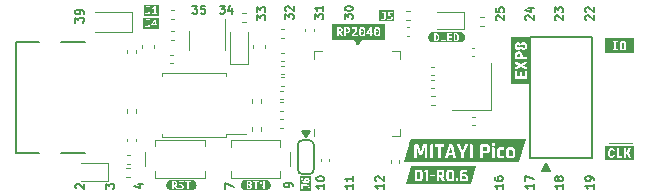
<source format=gbr>
%TF.GenerationSoftware,KiCad,Pcbnew,9.0.1*%
%TF.CreationDate,2025-04-27T12:11:09+05:30*%
%TF.ProjectId,Mitayi-Pico-D1,4d697461-7969-42d5-9069-636f2d44312e,0.6*%
%TF.SameCoordinates,PX73df160PY5f2d3c0*%
%TF.FileFunction,Legend,Top*%
%TF.FilePolarity,Positive*%
%FSLAX46Y46*%
G04 Gerber Fmt 4.6, Leading zero omitted, Abs format (unit mm)*
G04 Created by KiCad (PCBNEW 9.0.1) date 2025-04-27 12:11:09*
%MOMM*%
%LPD*%
G01*
G04 APERTURE LIST*
%ADD10C,0.150000*%
%ADD11C,0.120000*%
%ADD12C,0.000000*%
G04 APERTURE END LIST*
D10*
X47300000Y15650000D02*
X47300000Y5350000D01*
X42050000Y15650000D02*
X47300000Y15650000D01*
X42050000Y15650000D02*
X42050000Y5350000D01*
X47300000Y5350000D02*
X42050000Y5350000D01*
X44182700Y17066667D02*
X44149366Y17100000D01*
X44149366Y17100000D02*
X44116033Y17166667D01*
X44116033Y17166667D02*
X44116033Y17333333D01*
X44116033Y17333333D02*
X44149366Y17400000D01*
X44149366Y17400000D02*
X44182700Y17433333D01*
X44182700Y17433333D02*
X44249366Y17466667D01*
X44249366Y17466667D02*
X44316033Y17466667D01*
X44316033Y17466667D02*
X44416033Y17433333D01*
X44416033Y17433333D02*
X44816033Y17033333D01*
X44816033Y17033333D02*
X44816033Y17466667D01*
X44116033Y17700000D02*
X44116033Y18133334D01*
X44116033Y18133334D02*
X44382700Y17900000D01*
X44382700Y17900000D02*
X44382700Y18000000D01*
X44382700Y18000000D02*
X44416033Y18066667D01*
X44416033Y18066667D02*
X44449366Y18100000D01*
X44449366Y18100000D02*
X44516033Y18133334D01*
X44516033Y18133334D02*
X44682700Y18133334D01*
X44682700Y18133334D02*
X44749366Y18100000D01*
X44749366Y18100000D02*
X44782700Y18066667D01*
X44782700Y18066667D02*
X44816033Y18000000D01*
X44816033Y18000000D02*
X44816033Y17800000D01*
X44816033Y17800000D02*
X44782700Y17733334D01*
X44782700Y17733334D02*
X44749366Y17700000D01*
X13433333Y18283967D02*
X13866666Y18283967D01*
X13866666Y18283967D02*
X13633333Y18017300D01*
X13633333Y18017300D02*
X13733333Y18017300D01*
X13733333Y18017300D02*
X13799999Y17983967D01*
X13799999Y17983967D02*
X13833333Y17950634D01*
X13833333Y17950634D02*
X13866666Y17883967D01*
X13866666Y17883967D02*
X13866666Y17717300D01*
X13866666Y17717300D02*
X13833333Y17650634D01*
X13833333Y17650634D02*
X13799999Y17617300D01*
X13799999Y17617300D02*
X13733333Y17583967D01*
X13733333Y17583967D02*
X13533333Y17583967D01*
X13533333Y17583967D02*
X13466666Y17617300D01*
X13466666Y17617300D02*
X13433333Y17650634D01*
X14500000Y18283967D02*
X14166666Y18283967D01*
X14166666Y18283967D02*
X14133333Y17950634D01*
X14133333Y17950634D02*
X14166666Y17983967D01*
X14166666Y17983967D02*
X14233333Y18017300D01*
X14233333Y18017300D02*
X14400000Y18017300D01*
X14400000Y18017300D02*
X14466666Y17983967D01*
X14466666Y17983967D02*
X14500000Y17950634D01*
X14500000Y17950634D02*
X14533333Y17883967D01*
X14533333Y17883967D02*
X14533333Y17717300D01*
X14533333Y17717300D02*
X14500000Y17650634D01*
X14500000Y17650634D02*
X14466666Y17617300D01*
X14466666Y17617300D02*
X14400000Y17583967D01*
X14400000Y17583967D02*
X14233333Y17583967D01*
X14233333Y17583967D02*
X14166666Y17617300D01*
X14166666Y17617300D02*
X14133333Y17650634D01*
X44816033Y3166667D02*
X44816033Y2766667D01*
X44816033Y2966667D02*
X44116033Y2966667D01*
X44116033Y2966667D02*
X44216033Y2900000D01*
X44216033Y2900000D02*
X44282700Y2833333D01*
X44282700Y2833333D02*
X44316033Y2766667D01*
X44416033Y3566667D02*
X44382700Y3500000D01*
X44382700Y3500000D02*
X44349366Y3466667D01*
X44349366Y3466667D02*
X44282700Y3433334D01*
X44282700Y3433334D02*
X44249366Y3433334D01*
X44249366Y3433334D02*
X44182700Y3466667D01*
X44182700Y3466667D02*
X44149366Y3500000D01*
X44149366Y3500000D02*
X44116033Y3566667D01*
X44116033Y3566667D02*
X44116033Y3700000D01*
X44116033Y3700000D02*
X44149366Y3766667D01*
X44149366Y3766667D02*
X44182700Y3800000D01*
X44182700Y3800000D02*
X44249366Y3833334D01*
X44249366Y3833334D02*
X44282700Y3833334D01*
X44282700Y3833334D02*
X44349366Y3800000D01*
X44349366Y3800000D02*
X44382700Y3766667D01*
X44382700Y3766667D02*
X44416033Y3700000D01*
X44416033Y3700000D02*
X44416033Y3566667D01*
X44416033Y3566667D02*
X44449366Y3500000D01*
X44449366Y3500000D02*
X44482700Y3466667D01*
X44482700Y3466667D02*
X44549366Y3433334D01*
X44549366Y3433334D02*
X44682700Y3433334D01*
X44682700Y3433334D02*
X44749366Y3466667D01*
X44749366Y3466667D02*
X44782700Y3500000D01*
X44782700Y3500000D02*
X44816033Y3566667D01*
X44816033Y3566667D02*
X44816033Y3700000D01*
X44816033Y3700000D02*
X44782700Y3766667D01*
X44782700Y3766667D02*
X44749366Y3800000D01*
X44749366Y3800000D02*
X44682700Y3833334D01*
X44682700Y3833334D02*
X44549366Y3833334D01*
X44549366Y3833334D02*
X44482700Y3800000D01*
X44482700Y3800000D02*
X44449366Y3766667D01*
X44449366Y3766667D02*
X44416033Y3700000D01*
X24616033Y3166667D02*
X24616033Y2766667D01*
X24616033Y2966667D02*
X23916033Y2966667D01*
X23916033Y2966667D02*
X24016033Y2900000D01*
X24016033Y2900000D02*
X24082700Y2833333D01*
X24082700Y2833333D02*
X24116033Y2766667D01*
X23916033Y3600000D02*
X23916033Y3666667D01*
X23916033Y3666667D02*
X23949366Y3733334D01*
X23949366Y3733334D02*
X23982700Y3766667D01*
X23982700Y3766667D02*
X24049366Y3800000D01*
X24049366Y3800000D02*
X24182700Y3833334D01*
X24182700Y3833334D02*
X24349366Y3833334D01*
X24349366Y3833334D02*
X24482700Y3800000D01*
X24482700Y3800000D02*
X24549366Y3766667D01*
X24549366Y3766667D02*
X24582700Y3733334D01*
X24582700Y3733334D02*
X24616033Y3666667D01*
X24616033Y3666667D02*
X24616033Y3600000D01*
X24616033Y3600000D02*
X24582700Y3533334D01*
X24582700Y3533334D02*
X24549366Y3500000D01*
X24549366Y3500000D02*
X24482700Y3466667D01*
X24482700Y3466667D02*
X24349366Y3433334D01*
X24349366Y3433334D02*
X24182700Y3433334D01*
X24182700Y3433334D02*
X24049366Y3466667D01*
X24049366Y3466667D02*
X23982700Y3500000D01*
X23982700Y3500000D02*
X23949366Y3533334D01*
X23949366Y3533334D02*
X23916033Y3600000D01*
X39716033Y3166667D02*
X39716033Y2766667D01*
X39716033Y2966667D02*
X39016033Y2966667D01*
X39016033Y2966667D02*
X39116033Y2900000D01*
X39116033Y2900000D02*
X39182700Y2833333D01*
X39182700Y2833333D02*
X39216033Y2766667D01*
X39016033Y3766667D02*
X39016033Y3633334D01*
X39016033Y3633334D02*
X39049366Y3566667D01*
X39049366Y3566667D02*
X39082700Y3533334D01*
X39082700Y3533334D02*
X39182700Y3466667D01*
X39182700Y3466667D02*
X39316033Y3433334D01*
X39316033Y3433334D02*
X39582700Y3433334D01*
X39582700Y3433334D02*
X39649366Y3466667D01*
X39649366Y3466667D02*
X39682700Y3500000D01*
X39682700Y3500000D02*
X39716033Y3566667D01*
X39716033Y3566667D02*
X39716033Y3700000D01*
X39716033Y3700000D02*
X39682700Y3766667D01*
X39682700Y3766667D02*
X39649366Y3800000D01*
X39649366Y3800000D02*
X39582700Y3833334D01*
X39582700Y3833334D02*
X39416033Y3833334D01*
X39416033Y3833334D02*
X39349366Y3800000D01*
X39349366Y3800000D02*
X39316033Y3766667D01*
X39316033Y3766667D02*
X39282700Y3700000D01*
X39282700Y3700000D02*
X39282700Y3566667D01*
X39282700Y3566667D02*
X39316033Y3500000D01*
X39316033Y3500000D02*
X39349366Y3466667D01*
X39349366Y3466667D02*
X39416033Y3433334D01*
X21916033Y2961641D02*
X21916033Y3094975D01*
X21916033Y3094975D02*
X21882700Y3161641D01*
X21882700Y3161641D02*
X21849366Y3194975D01*
X21849366Y3194975D02*
X21749366Y3261641D01*
X21749366Y3261641D02*
X21616033Y3294975D01*
X21616033Y3294975D02*
X21349366Y3294975D01*
X21349366Y3294975D02*
X21282700Y3261641D01*
X21282700Y3261641D02*
X21249366Y3228308D01*
X21249366Y3228308D02*
X21216033Y3161641D01*
X21216033Y3161641D02*
X21216033Y3028308D01*
X21216033Y3028308D02*
X21249366Y2961641D01*
X21249366Y2961641D02*
X21282700Y2928308D01*
X21282700Y2928308D02*
X21349366Y2894975D01*
X21349366Y2894975D02*
X21516033Y2894975D01*
X21516033Y2894975D02*
X21582700Y2928308D01*
X21582700Y2928308D02*
X21616033Y2961641D01*
X21616033Y2961641D02*
X21649366Y3028308D01*
X21649366Y3028308D02*
X21649366Y3161641D01*
X21649366Y3161641D02*
X21616033Y3228308D01*
X21616033Y3228308D02*
X21582700Y3261641D01*
X21582700Y3261641D02*
X21516033Y3294975D01*
X3516033Y16833333D02*
X3516033Y17266667D01*
X3516033Y17266667D02*
X3782700Y17033333D01*
X3782700Y17033333D02*
X3782700Y17133333D01*
X3782700Y17133333D02*
X3816033Y17200000D01*
X3816033Y17200000D02*
X3849366Y17233333D01*
X3849366Y17233333D02*
X3916033Y17266667D01*
X3916033Y17266667D02*
X4082700Y17266667D01*
X4082700Y17266667D02*
X4149366Y17233333D01*
X4149366Y17233333D02*
X4182700Y17200000D01*
X4182700Y17200000D02*
X4216033Y17133333D01*
X4216033Y17133333D02*
X4216033Y16933333D01*
X4216033Y16933333D02*
X4182700Y16866667D01*
X4182700Y16866667D02*
X4149366Y16833333D01*
X4216033Y17600000D02*
X4216033Y17733334D01*
X4216033Y17733334D02*
X4182700Y17800000D01*
X4182700Y17800000D02*
X4149366Y17833334D01*
X4149366Y17833334D02*
X4049366Y17900000D01*
X4049366Y17900000D02*
X3916033Y17933334D01*
X3916033Y17933334D02*
X3649366Y17933334D01*
X3649366Y17933334D02*
X3582700Y17900000D01*
X3582700Y17900000D02*
X3549366Y17866667D01*
X3549366Y17866667D02*
X3516033Y17800000D01*
X3516033Y17800000D02*
X3516033Y17666667D01*
X3516033Y17666667D02*
X3549366Y17600000D01*
X3549366Y17600000D02*
X3582700Y17566667D01*
X3582700Y17566667D02*
X3649366Y17533334D01*
X3649366Y17533334D02*
X3816033Y17533334D01*
X3816033Y17533334D02*
X3882700Y17566667D01*
X3882700Y17566667D02*
X3916033Y17600000D01*
X3916033Y17600000D02*
X3949366Y17666667D01*
X3949366Y17666667D02*
X3949366Y17800000D01*
X3949366Y17800000D02*
X3916033Y17866667D01*
X3916033Y17866667D02*
X3882700Y17900000D01*
X3882700Y17900000D02*
X3816033Y17933334D01*
X42316033Y3166667D02*
X42316033Y2766667D01*
X42316033Y2966667D02*
X41616033Y2966667D01*
X41616033Y2966667D02*
X41716033Y2900000D01*
X41716033Y2900000D02*
X41782700Y2833333D01*
X41782700Y2833333D02*
X41816033Y2766667D01*
X41616033Y3400000D02*
X41616033Y3866667D01*
X41616033Y3866667D02*
X42316033Y3566667D01*
X21316033Y17133333D02*
X21316033Y17566667D01*
X21316033Y17566667D02*
X21582700Y17333333D01*
X21582700Y17333333D02*
X21582700Y17433333D01*
X21582700Y17433333D02*
X21616033Y17500000D01*
X21616033Y17500000D02*
X21649366Y17533333D01*
X21649366Y17533333D02*
X21716033Y17566667D01*
X21716033Y17566667D02*
X21882700Y17566667D01*
X21882700Y17566667D02*
X21949366Y17533333D01*
X21949366Y17533333D02*
X21982700Y17500000D01*
X21982700Y17500000D02*
X22016033Y17433333D01*
X22016033Y17433333D02*
X22016033Y17233333D01*
X22016033Y17233333D02*
X21982700Y17166667D01*
X21982700Y17166667D02*
X21949366Y17133333D01*
X21382700Y17833334D02*
X21349366Y17866667D01*
X21349366Y17866667D02*
X21316033Y17933334D01*
X21316033Y17933334D02*
X21316033Y18100000D01*
X21316033Y18100000D02*
X21349366Y18166667D01*
X21349366Y18166667D02*
X21382700Y18200000D01*
X21382700Y18200000D02*
X21449366Y18233334D01*
X21449366Y18233334D02*
X21516033Y18233334D01*
X21516033Y18233334D02*
X21616033Y18200000D01*
X21616033Y18200000D02*
X22016033Y17800000D01*
X22016033Y17800000D02*
X22016033Y18233334D01*
X43045238Y4340867D02*
X43045238Y4302772D01*
X43083333Y4417058D02*
X43083333Y4302772D01*
X43121428Y4493248D02*
X43121428Y4302772D01*
X43159523Y4569439D02*
X43159523Y4302772D01*
X43197618Y4607534D02*
X43197618Y4302772D01*
X43235714Y4683724D02*
X43235714Y4302772D01*
X43273809Y4759915D02*
X43273809Y4302772D01*
X43311904Y4836105D02*
X43311904Y4302772D01*
X43349999Y4912296D02*
X43349999Y4302772D01*
X43388095Y4836105D02*
X43388095Y4302772D01*
X43426190Y4759915D02*
X43426190Y4302772D01*
X43464285Y4683724D02*
X43464285Y4302772D01*
X43502380Y4607534D02*
X43502380Y4302772D01*
X43540476Y4569439D02*
X43540476Y4302772D01*
X43578571Y4493248D02*
X43578571Y4302772D01*
X43616666Y4417058D02*
X43616666Y4302772D01*
X43654761Y4302772D02*
X43349999Y4874200D01*
X43349999Y4874200D02*
X43045238Y4302772D01*
X43654761Y4340867D02*
X43654761Y4302772D01*
X43349999Y4912296D02*
X43692857Y4302772D01*
X43692857Y4302772D02*
X43007142Y4302772D01*
X43007142Y4302772D02*
X43349999Y4912296D01*
X23816033Y17133333D02*
X23816033Y17566667D01*
X23816033Y17566667D02*
X24082700Y17333333D01*
X24082700Y17333333D02*
X24082700Y17433333D01*
X24082700Y17433333D02*
X24116033Y17500000D01*
X24116033Y17500000D02*
X24149366Y17533333D01*
X24149366Y17533333D02*
X24216033Y17566667D01*
X24216033Y17566667D02*
X24382700Y17566667D01*
X24382700Y17566667D02*
X24449366Y17533333D01*
X24449366Y17533333D02*
X24482700Y17500000D01*
X24482700Y17500000D02*
X24516033Y17433333D01*
X24516033Y17433333D02*
X24516033Y17233333D01*
X24516033Y17233333D02*
X24482700Y17166667D01*
X24482700Y17166667D02*
X24449366Y17133333D01*
X24516033Y18233334D02*
X24516033Y17833334D01*
X24516033Y18033334D02*
X23816033Y18033334D01*
X23816033Y18033334D02*
X23916033Y17966667D01*
X23916033Y17966667D02*
X23982700Y17900000D01*
X23982700Y17900000D02*
X24016033Y17833334D01*
X15733333Y18283967D02*
X16166666Y18283967D01*
X16166666Y18283967D02*
X15933333Y18017300D01*
X15933333Y18017300D02*
X16033333Y18017300D01*
X16033333Y18017300D02*
X16099999Y17983967D01*
X16099999Y17983967D02*
X16133333Y17950634D01*
X16133333Y17950634D02*
X16166666Y17883967D01*
X16166666Y17883967D02*
X16166666Y17717300D01*
X16166666Y17717300D02*
X16133333Y17650634D01*
X16133333Y17650634D02*
X16099999Y17617300D01*
X16099999Y17617300D02*
X16033333Y17583967D01*
X16033333Y17583967D02*
X15833333Y17583967D01*
X15833333Y17583967D02*
X15766666Y17617300D01*
X15766666Y17617300D02*
X15733333Y17650634D01*
X16766666Y18050634D02*
X16766666Y17583967D01*
X16600000Y18317300D02*
X16433333Y17817300D01*
X16433333Y17817300D02*
X16866666Y17817300D01*
X27016033Y3166667D02*
X27016033Y2766667D01*
X27016033Y2966667D02*
X26316033Y2966667D01*
X26316033Y2966667D02*
X26416033Y2900000D01*
X26416033Y2900000D02*
X26482700Y2833333D01*
X26482700Y2833333D02*
X26516033Y2766667D01*
X27016033Y3833334D02*
X27016033Y3433334D01*
X27016033Y3633334D02*
X26316033Y3633334D01*
X26316033Y3633334D02*
X26416033Y3566667D01*
X26416033Y3566667D02*
X26482700Y3500000D01*
X26482700Y3500000D02*
X26516033Y3433334D01*
X46782700Y17066667D02*
X46749366Y17100000D01*
X46749366Y17100000D02*
X46716033Y17166667D01*
X46716033Y17166667D02*
X46716033Y17333333D01*
X46716033Y17333333D02*
X46749366Y17400000D01*
X46749366Y17400000D02*
X46782700Y17433333D01*
X46782700Y17433333D02*
X46849366Y17466667D01*
X46849366Y17466667D02*
X46916033Y17466667D01*
X46916033Y17466667D02*
X47016033Y17433333D01*
X47016033Y17433333D02*
X47416033Y17033333D01*
X47416033Y17033333D02*
X47416033Y17466667D01*
X46782700Y17733334D02*
X46749366Y17766667D01*
X46749366Y17766667D02*
X46716033Y17833334D01*
X46716033Y17833334D02*
X46716033Y18000000D01*
X46716033Y18000000D02*
X46749366Y18066667D01*
X46749366Y18066667D02*
X46782700Y18100000D01*
X46782700Y18100000D02*
X46849366Y18133334D01*
X46849366Y18133334D02*
X46916033Y18133334D01*
X46916033Y18133334D02*
X47016033Y18100000D01*
X47016033Y18100000D02*
X47416033Y17700000D01*
X47416033Y17700000D02*
X47416033Y18133334D01*
X16216033Y2761641D02*
X16216033Y3228308D01*
X16216033Y3228308D02*
X16916033Y2928308D01*
X18916033Y17033333D02*
X18916033Y17466667D01*
X18916033Y17466667D02*
X19182700Y17233333D01*
X19182700Y17233333D02*
X19182700Y17333333D01*
X19182700Y17333333D02*
X19216033Y17400000D01*
X19216033Y17400000D02*
X19249366Y17433333D01*
X19249366Y17433333D02*
X19316033Y17466667D01*
X19316033Y17466667D02*
X19482700Y17466667D01*
X19482700Y17466667D02*
X19549366Y17433333D01*
X19549366Y17433333D02*
X19582700Y17400000D01*
X19582700Y17400000D02*
X19616033Y17333333D01*
X19616033Y17333333D02*
X19616033Y17133333D01*
X19616033Y17133333D02*
X19582700Y17066667D01*
X19582700Y17066667D02*
X19549366Y17033333D01*
X18916033Y17700000D02*
X18916033Y18133334D01*
X18916033Y18133334D02*
X19182700Y17900000D01*
X19182700Y17900000D02*
X19182700Y18000000D01*
X19182700Y18000000D02*
X19216033Y18066667D01*
X19216033Y18066667D02*
X19249366Y18100000D01*
X19249366Y18100000D02*
X19316033Y18133334D01*
X19316033Y18133334D02*
X19482700Y18133334D01*
X19482700Y18133334D02*
X19549366Y18100000D01*
X19549366Y18100000D02*
X19582700Y18066667D01*
X19582700Y18066667D02*
X19616033Y18000000D01*
X19616033Y18000000D02*
X19616033Y17800000D01*
X19616033Y17800000D02*
X19582700Y17733334D01*
X19582700Y17733334D02*
X19549366Y17700000D01*
X39182700Y17066667D02*
X39149366Y17100000D01*
X39149366Y17100000D02*
X39116033Y17166667D01*
X39116033Y17166667D02*
X39116033Y17333333D01*
X39116033Y17333333D02*
X39149366Y17400000D01*
X39149366Y17400000D02*
X39182700Y17433333D01*
X39182700Y17433333D02*
X39249366Y17466667D01*
X39249366Y17466667D02*
X39316033Y17466667D01*
X39316033Y17466667D02*
X39416033Y17433333D01*
X39416033Y17433333D02*
X39816033Y17033333D01*
X39816033Y17033333D02*
X39816033Y17466667D01*
X39116033Y18100000D02*
X39116033Y17766667D01*
X39116033Y17766667D02*
X39449366Y17733334D01*
X39449366Y17733334D02*
X39416033Y17766667D01*
X39416033Y17766667D02*
X39382700Y17833334D01*
X39382700Y17833334D02*
X39382700Y18000000D01*
X39382700Y18000000D02*
X39416033Y18066667D01*
X39416033Y18066667D02*
X39449366Y18100000D01*
X39449366Y18100000D02*
X39516033Y18133334D01*
X39516033Y18133334D02*
X39682700Y18133334D01*
X39682700Y18133334D02*
X39749366Y18100000D01*
X39749366Y18100000D02*
X39782700Y18066667D01*
X39782700Y18066667D02*
X39816033Y18000000D01*
X39816033Y18000000D02*
X39816033Y17833334D01*
X39816033Y17833334D02*
X39782700Y17766667D01*
X39782700Y17766667D02*
X39749366Y17733334D01*
X8799366Y3133334D02*
X9266033Y3133334D01*
X8532700Y2966667D02*
X9032700Y2800001D01*
X9032700Y2800001D02*
X9032700Y3233334D01*
X6116033Y2761641D02*
X6116033Y3194975D01*
X6116033Y3194975D02*
X6382700Y2961641D01*
X6382700Y2961641D02*
X6382700Y3061641D01*
X6382700Y3061641D02*
X6416033Y3128308D01*
X6416033Y3128308D02*
X6449366Y3161641D01*
X6449366Y3161641D02*
X6516033Y3194975D01*
X6516033Y3194975D02*
X6682700Y3194975D01*
X6682700Y3194975D02*
X6749366Y3161641D01*
X6749366Y3161641D02*
X6782700Y3128308D01*
X6782700Y3128308D02*
X6816033Y3061641D01*
X6816033Y3061641D02*
X6816033Y2861641D01*
X6816033Y2861641D02*
X6782700Y2794975D01*
X6782700Y2794975D02*
X6749366Y2761641D01*
X47416033Y3166667D02*
X47416033Y2766667D01*
X47416033Y2966667D02*
X46716033Y2966667D01*
X46716033Y2966667D02*
X46816033Y2900000D01*
X46816033Y2900000D02*
X46882700Y2833333D01*
X46882700Y2833333D02*
X46916033Y2766667D01*
X47416033Y3500000D02*
X47416033Y3633334D01*
X47416033Y3633334D02*
X47382700Y3700000D01*
X47382700Y3700000D02*
X47349366Y3733334D01*
X47349366Y3733334D02*
X47249366Y3800000D01*
X47249366Y3800000D02*
X47116033Y3833334D01*
X47116033Y3833334D02*
X46849366Y3833334D01*
X46849366Y3833334D02*
X46782700Y3800000D01*
X46782700Y3800000D02*
X46749366Y3766667D01*
X46749366Y3766667D02*
X46716033Y3700000D01*
X46716033Y3700000D02*
X46716033Y3566667D01*
X46716033Y3566667D02*
X46749366Y3500000D01*
X46749366Y3500000D02*
X46782700Y3466667D01*
X46782700Y3466667D02*
X46849366Y3433334D01*
X46849366Y3433334D02*
X47016033Y3433334D01*
X47016033Y3433334D02*
X47082700Y3466667D01*
X47082700Y3466667D02*
X47116033Y3500000D01*
X47116033Y3500000D02*
X47149366Y3566667D01*
X47149366Y3566667D02*
X47149366Y3700000D01*
X47149366Y3700000D02*
X47116033Y3766667D01*
X47116033Y3766667D02*
X47082700Y3800000D01*
X47082700Y3800000D02*
X47016033Y3833334D01*
X3582700Y2794975D02*
X3549366Y2828308D01*
X3549366Y2828308D02*
X3516033Y2894975D01*
X3516033Y2894975D02*
X3516033Y3061641D01*
X3516033Y3061641D02*
X3549366Y3128308D01*
X3549366Y3128308D02*
X3582700Y3161641D01*
X3582700Y3161641D02*
X3649366Y3194975D01*
X3649366Y3194975D02*
X3716033Y3194975D01*
X3716033Y3194975D02*
X3816033Y3161641D01*
X3816033Y3161641D02*
X4216033Y2761641D01*
X4216033Y2761641D02*
X4216033Y3194975D01*
X23316667Y7633967D02*
X23316667Y7667300D01*
X23283333Y7567300D02*
X23283333Y7667300D01*
X23250000Y7500634D02*
X23250000Y7667300D01*
X23216667Y7433967D02*
X23216667Y7667300D01*
X23183333Y7400634D02*
X23183333Y7667300D01*
X23150000Y7333967D02*
X23150000Y7667300D01*
X23116667Y7267300D02*
X23116667Y7667300D01*
X23083333Y7200634D02*
X23083333Y7667300D01*
X23050000Y7133967D02*
X23050000Y7667300D01*
X23016667Y7200634D02*
X23016667Y7667300D01*
X22983333Y7267300D02*
X22983333Y7667300D01*
X22950000Y7333967D02*
X22950000Y7667300D01*
X22916667Y7400634D02*
X22916667Y7667300D01*
X22883333Y7433967D02*
X22883333Y7667300D01*
X22850000Y7500634D02*
X22850000Y7667300D01*
X22816667Y7567300D02*
X22816667Y7667300D01*
X22783333Y7667300D02*
X23050000Y7167300D01*
X23050000Y7167300D02*
X23316667Y7667300D01*
X22783333Y7633967D02*
X22783333Y7667300D01*
X23050000Y7133967D02*
X22750000Y7667300D01*
X22750000Y7667300D02*
X23350000Y7667300D01*
X23350000Y7667300D02*
X23050000Y7133967D01*
X29616033Y3166667D02*
X29616033Y2766667D01*
X29616033Y2966667D02*
X28916033Y2966667D01*
X28916033Y2966667D02*
X29016033Y2900000D01*
X29016033Y2900000D02*
X29082700Y2833333D01*
X29082700Y2833333D02*
X29116033Y2766667D01*
X28982700Y3433334D02*
X28949366Y3466667D01*
X28949366Y3466667D02*
X28916033Y3533334D01*
X28916033Y3533334D02*
X28916033Y3700000D01*
X28916033Y3700000D02*
X28949366Y3766667D01*
X28949366Y3766667D02*
X28982700Y3800000D01*
X28982700Y3800000D02*
X29049366Y3833334D01*
X29049366Y3833334D02*
X29116033Y3833334D01*
X29116033Y3833334D02*
X29216033Y3800000D01*
X29216033Y3800000D02*
X29616033Y3400000D01*
X29616033Y3400000D02*
X29616033Y3833334D01*
X26316033Y17133333D02*
X26316033Y17566667D01*
X26316033Y17566667D02*
X26582700Y17333333D01*
X26582700Y17333333D02*
X26582700Y17433333D01*
X26582700Y17433333D02*
X26616033Y17500000D01*
X26616033Y17500000D02*
X26649366Y17533333D01*
X26649366Y17533333D02*
X26716033Y17566667D01*
X26716033Y17566667D02*
X26882700Y17566667D01*
X26882700Y17566667D02*
X26949366Y17533333D01*
X26949366Y17533333D02*
X26982700Y17500000D01*
X26982700Y17500000D02*
X27016033Y17433333D01*
X27016033Y17433333D02*
X27016033Y17233333D01*
X27016033Y17233333D02*
X26982700Y17166667D01*
X26982700Y17166667D02*
X26949366Y17133333D01*
X26316033Y18000000D02*
X26316033Y18066667D01*
X26316033Y18066667D02*
X26349366Y18133334D01*
X26349366Y18133334D02*
X26382700Y18166667D01*
X26382700Y18166667D02*
X26449366Y18200000D01*
X26449366Y18200000D02*
X26582700Y18233334D01*
X26582700Y18233334D02*
X26749366Y18233334D01*
X26749366Y18233334D02*
X26882700Y18200000D01*
X26882700Y18200000D02*
X26949366Y18166667D01*
X26949366Y18166667D02*
X26982700Y18133334D01*
X26982700Y18133334D02*
X27016033Y18066667D01*
X27016033Y18066667D02*
X27016033Y18000000D01*
X27016033Y18000000D02*
X26982700Y17933334D01*
X26982700Y17933334D02*
X26949366Y17900000D01*
X26949366Y17900000D02*
X26882700Y17866667D01*
X26882700Y17866667D02*
X26749366Y17833334D01*
X26749366Y17833334D02*
X26582700Y17833334D01*
X26582700Y17833334D02*
X26449366Y17866667D01*
X26449366Y17866667D02*
X26382700Y17900000D01*
X26382700Y17900000D02*
X26349366Y17933334D01*
X26349366Y17933334D02*
X26316033Y18000000D01*
X41682700Y17066667D02*
X41649366Y17100000D01*
X41649366Y17100000D02*
X41616033Y17166667D01*
X41616033Y17166667D02*
X41616033Y17333333D01*
X41616033Y17333333D02*
X41649366Y17400000D01*
X41649366Y17400000D02*
X41682700Y17433333D01*
X41682700Y17433333D02*
X41749366Y17466667D01*
X41749366Y17466667D02*
X41816033Y17466667D01*
X41816033Y17466667D02*
X41916033Y17433333D01*
X41916033Y17433333D02*
X42316033Y17033333D01*
X42316033Y17033333D02*
X42316033Y17466667D01*
X41849366Y18066667D02*
X42316033Y18066667D01*
X41582700Y17900000D02*
X42082700Y17733334D01*
X42082700Y17733334D02*
X42082700Y18166667D01*
X27754762Y15559134D02*
X27754762Y15597229D01*
X27716666Y15482943D02*
X27716666Y15597229D01*
X27678571Y15406753D02*
X27678571Y15597229D01*
X27640476Y15330562D02*
X27640476Y15597229D01*
X27602381Y15292467D02*
X27602381Y15597229D01*
X27564285Y15216277D02*
X27564285Y15597229D01*
X27526190Y15140086D02*
X27526190Y15597229D01*
X27488095Y15063896D02*
X27488095Y15597229D01*
X27450000Y14987705D02*
X27450000Y15597229D01*
X27411904Y15063896D02*
X27411904Y15597229D01*
X27373809Y15140086D02*
X27373809Y15597229D01*
X27335714Y15216277D02*
X27335714Y15597229D01*
X27297619Y15292467D02*
X27297619Y15597229D01*
X27259523Y15330562D02*
X27259523Y15597229D01*
X27221428Y15406753D02*
X27221428Y15597229D01*
X27183333Y15482943D02*
X27183333Y15597229D01*
X27145238Y15597229D02*
X27450000Y15025800D01*
X27450000Y15025800D02*
X27754762Y15597229D01*
X27145238Y15559134D02*
X27145238Y15597229D01*
X27450000Y14987705D02*
X27107142Y15597229D01*
X27107142Y15597229D02*
X27792857Y15597229D01*
X27792857Y15597229D02*
X27450000Y14987705D01*
D11*
X31542379Y17780000D02*
X31877621Y17780000D01*
X31542379Y17020000D02*
X31877621Y17020000D01*
D12*
G36*
X23160020Y3568935D02*
G01*
X23196691Y3553377D01*
X23224472Y3526152D01*
X23235585Y3486147D01*
X23221694Y3437807D01*
X23184468Y3407248D01*
X23131683Y3391691D01*
X23070009Y3387246D01*
X23048895Y3387800D01*
X23028893Y3389469D01*
X23016669Y3426139D01*
X23012224Y3469478D01*
X23019308Y3518651D01*
X23040561Y3550599D01*
X23121126Y3573936D01*
X23160020Y3568935D01*
G37*
G36*
X23469134Y2888294D02*
G01*
X23469133Y2692715D01*
X23469133Y2553808D01*
X22530867Y2553808D01*
X22530867Y2692715D01*
X22530867Y2764945D01*
X22651067Y2764945D01*
X22764415Y2764946D01*
X22764415Y2994974D01*
X23101124Y2994974D01*
X23165715Y2986779D01*
X23206137Y2962192D01*
X23227390Y2924271D01*
X23234474Y2876071D01*
X23217805Y2806617D01*
X23183356Y2744943D01*
X23292259Y2692714D01*
X23335598Y2771613D01*
X23348933Y2824120D01*
X23353378Y2888295D01*
X23348516Y2949968D01*
X23333931Y3001642D01*
X23311011Y3044008D01*
X23281146Y3077762D01*
X23203359Y3119990D01*
X23157519Y3129575D01*
X23108904Y3132769D01*
X22651068Y3132769D01*
X22651067Y2764945D01*
X22530867Y2764945D01*
X22530867Y3667282D01*
X22646622Y3667282D01*
X22653290Y3578103D01*
X22673292Y3497258D01*
X22706352Y3426139D01*
X22752192Y3366132D01*
X22810532Y3317931D01*
X22881096Y3282232D01*
X22963607Y3260146D01*
X23057785Y3252784D01*
X23150327Y3259514D01*
X23224966Y3279701D01*
X23281702Y3313347D01*
X23321522Y3359835D01*
X23345414Y3418546D01*
X23353378Y3489481D01*
X23347960Y3542265D01*
X23331708Y3587271D01*
X23275590Y3655056D01*
X23200025Y3694507D01*
X23118904Y3707286D01*
X23034449Y3695617D01*
X22964440Y3657279D01*
X22916656Y3588937D01*
X22903321Y3542682D01*
X22898876Y3487259D01*
X22903877Y3451698D01*
X22917768Y3410582D01*
X22845535Y3448920D01*
X22798308Y3510594D01*
X22772194Y3588382D01*
X22763304Y3675059D01*
X22646622Y3667282D01*
X22530867Y3667282D01*
X22530867Y3707285D01*
X22530867Y3846192D01*
X23469133Y3846192D01*
X23469133Y3707285D01*
X23469133Y3489481D01*
X23469134Y2888294D01*
G37*
D11*
X34150000Y16295000D02*
X36435000Y16295000D01*
X36435000Y17765000D02*
X34150000Y17765000D01*
X36435000Y16295000D02*
X36435000Y17765000D01*
X37327836Y8870000D02*
X37112164Y8870000D01*
X37327836Y8150000D02*
X37112164Y8150000D01*
D12*
G36*
X35439969Y5778849D02*
G01*
X35163764Y5778849D01*
X35298134Y6318196D01*
X35305599Y6318196D01*
X35439969Y5778849D01*
G37*
G36*
X38355054Y6313530D02*
G01*
X38379316Y6228616D01*
X38379316Y6071851D01*
X38355054Y5988802D01*
X38271073Y5963608D01*
X38073250Y5963608D01*
X38052722Y5984137D01*
X38052722Y6318196D01*
X38073250Y6338725D01*
X38271073Y6338725D01*
X38355054Y6313530D01*
G37*
G36*
X40518974Y6068118D02*
G01*
X40544168Y5984137D01*
X40544168Y5655677D01*
X40518974Y5571695D01*
X40434059Y5547434D01*
X40338880Y5547434D01*
X40254899Y5571695D01*
X40230638Y5655677D01*
X40230638Y5984137D01*
X40254899Y6068118D01*
X40338880Y6092379D01*
X40434059Y6092379D01*
X40518974Y6068118D01*
G37*
G36*
X41088491Y5032970D02*
G01*
X40777449Y5032970D01*
X40469518Y5032970D01*
X39814463Y5032970D01*
X38995179Y5032970D01*
X38013530Y5032970D01*
X37113997Y5032970D01*
X36382426Y5032970D01*
X35027527Y5032970D01*
X34447123Y5032970D01*
X33784603Y5032970D01*
X33295645Y5032970D01*
X32222551Y5032970D01*
X31911509Y5032970D01*
X31331291Y5032970D01*
X31772846Y6504821D01*
X32222551Y6504821D01*
X32222551Y5383204D01*
X32261742Y5344012D01*
X32414774Y5344012D01*
X32446501Y5352411D01*
X32453966Y5383204D01*
X32453966Y6269673D01*
X32461431Y6269673D01*
X32655521Y5642613D01*
X32702177Y5605288D01*
X32858942Y5605288D01*
X32905599Y5642613D01*
X33095956Y6267807D01*
X33103421Y6267807D01*
X33103421Y5383204D01*
X33142613Y5344012D01*
X33295645Y5344012D01*
X33334837Y5383204D01*
X33334837Y6504821D01*
X33586781Y6504821D01*
X33586781Y5383204D01*
X33625972Y5344012D01*
X33784603Y5344012D01*
X33823795Y5383204D01*
X33823795Y6504821D01*
X33976827Y6504821D01*
X33976827Y6377916D01*
X34016019Y6338725D01*
X34228771Y6338725D01*
X34249300Y6318196D01*
X34249300Y5383204D01*
X34290358Y5344012D01*
X34447123Y5344012D01*
X34486314Y5383204D01*
X34825972Y5383204D01*
X34848367Y5344012D01*
X35027527Y5344012D01*
X35054588Y5352411D01*
X35066719Y5383204D01*
X35118974Y5588491D01*
X35482893Y5588491D01*
X35535148Y5383204D01*
X35546345Y5352411D01*
X35574339Y5344012D01*
X35753499Y5344012D01*
X35775894Y5383204D01*
X35481517Y6502955D01*
X35843079Y6502955D01*
X36184603Y5782582D01*
X36184603Y5383204D01*
X36223795Y5344012D01*
X36382426Y5344012D01*
X36421617Y5383204D01*
X36421617Y5782582D01*
X36763142Y6502955D01*
X36763200Y6504821D01*
X36916174Y6504821D01*
X36916174Y5383204D01*
X36955365Y5344012D01*
X37113997Y5344012D01*
X37153188Y5383204D01*
X37153188Y6504821D01*
X37815708Y6504821D01*
X37815708Y5383204D01*
X37854899Y5344012D01*
X38013530Y5344012D01*
X38052722Y5383204D01*
X38052722Y5735925D01*
X38075117Y5756454D01*
X38310264Y5756454D01*
X38439502Y5776283D01*
X38536081Y5835770D01*
X38596267Y5931649D01*
X38616330Y6060653D01*
X38616330Y6239813D01*
X38613718Y6256610D01*
X38795490Y6256610D01*
X38795490Y5383204D01*
X38834681Y5344012D01*
X38995179Y5344012D01*
X39024106Y5351477D01*
X39032504Y5383204D01*
X39032504Y5991602D01*
X39228460Y5991602D01*
X39228460Y5648212D01*
X39248523Y5518040D01*
X39308709Y5422395D01*
X39405754Y5363608D01*
X39536392Y5344012D01*
X39814463Y5344012D01*
X39845257Y5352411D01*
X39853655Y5381337D01*
X39853655Y5510109D01*
X39814463Y5549300D01*
X39573717Y5549300D01*
X39490669Y5574495D01*
X39465474Y5659409D01*
X39465474Y5980404D01*
X39468797Y5991602D01*
X39995490Y5991602D01*
X39995490Y5648212D01*
X40015552Y5518040D01*
X40075739Y5422395D01*
X40172784Y5363608D01*
X40303421Y5344012D01*
X40469518Y5344012D01*
X40598989Y5363841D01*
X40696267Y5423328D01*
X40757154Y5519207D01*
X40777449Y5648212D01*
X40777449Y5991602D01*
X40757154Y6120607D01*
X40696267Y6216485D01*
X40598989Y6275972D01*
X40469518Y6295801D01*
X40303421Y6295801D01*
X40172784Y6276205D01*
X40075739Y6217418D01*
X40015552Y6121773D01*
X39995490Y5991602D01*
X39468797Y5991602D01*
X39490669Y6065319D01*
X39573717Y6090513D01*
X39814463Y6090513D01*
X39845257Y6098911D01*
X39853655Y6127838D01*
X39853655Y6256610D01*
X39814463Y6295801D01*
X39536392Y6295801D01*
X39405754Y6276205D01*
X39308709Y6217418D01*
X39248523Y6121773D01*
X39228460Y5991602D01*
X39032504Y5991602D01*
X39032504Y6256610D01*
X38995179Y6293935D01*
X38993313Y6295801D01*
X38832815Y6295801D01*
X38795490Y6256610D01*
X38613718Y6256610D01*
X38596267Y6368818D01*
X38536081Y6464697D01*
X38439502Y6524184D01*
X38310264Y6544012D01*
X37854899Y6544012D01*
X37815708Y6504821D01*
X37153188Y6504821D01*
X37113997Y6544012D01*
X36955365Y6544012D01*
X36916174Y6504821D01*
X36763200Y6504821D01*
X36764075Y6532815D01*
X36737014Y6544012D01*
X36539191Y6544012D01*
X36494401Y6504821D01*
X36311509Y6051322D01*
X36298445Y6051322D01*
X36111820Y6504821D01*
X36067030Y6544012D01*
X35869207Y6544012D01*
X35844012Y6531882D01*
X35843079Y6502955D01*
X35481517Y6502955D01*
X35481026Y6504821D01*
X35425039Y6544012D01*
X35176827Y6544012D01*
X35120840Y6504821D01*
X34825972Y5383204D01*
X34486314Y5383204D01*
X34486314Y6318196D01*
X34508709Y6338725D01*
X34721462Y6338725D01*
X34760653Y6377916D01*
X34760653Y6504821D01*
X34721462Y6544012D01*
X34016019Y6544012D01*
X33976827Y6504821D01*
X33823795Y6504821D01*
X33784603Y6544012D01*
X33625972Y6544012D01*
X33586781Y6504821D01*
X33334837Y6504821D01*
X33295645Y6544012D01*
X33019440Y6544012D01*
X32983981Y6517885D01*
X32784292Y5859098D01*
X32773095Y5859098D01*
X32575272Y6517885D01*
X32539813Y6544012D01*
X32261742Y6544012D01*
X32222551Y6504821D01*
X31772846Y6504821D01*
X31806999Y6618663D01*
X38795490Y6618663D01*
X38795490Y6456299D01*
X38832815Y6418974D01*
X38995179Y6418974D01*
X39032504Y6456299D01*
X39032504Y6620529D01*
X38995179Y6655988D01*
X38832815Y6655988D01*
X38795490Y6618663D01*
X31806999Y6618663D01*
X31911509Y6967030D01*
X32222551Y6967030D01*
X40777449Y6967030D01*
X41088491Y6967030D01*
X41668709Y6967030D01*
X41088491Y5032970D01*
G37*
D11*
X24310000Y5297836D02*
X24310000Y5082164D01*
X25030000Y5297836D02*
X25030000Y5082164D01*
D12*
G36*
X18317162Y3036103D02*
G01*
X18348833Y2964427D01*
X18337720Y2914977D01*
X18309383Y2884973D01*
X18269934Y2870527D01*
X18224373Y2866638D01*
X18190479Y2867749D01*
X18158809Y2871083D01*
X18158809Y3057773D01*
X18232151Y3057773D01*
X18317162Y3036103D01*
G37*
G36*
X18257710Y3330584D02*
G01*
X18288825Y3319472D01*
X18309939Y3296136D01*
X18317718Y3256686D01*
X18291048Y3193901D01*
X18212149Y3171120D01*
X18158809Y3171120D01*
X18158809Y3328917D01*
X18188813Y3332251D01*
X18221039Y3333362D01*
X18257710Y3330584D01*
G37*
G36*
X19710967Y3536322D02*
G01*
X19794422Y3511007D01*
X19871334Y3469896D01*
X19938748Y3414571D01*
X19994073Y3347157D01*
X20035184Y3270245D01*
X20060499Y3186790D01*
X20069047Y3100000D01*
X20060499Y3013210D01*
X20035184Y2929755D01*
X19994073Y2852843D01*
X19938748Y2785429D01*
X19871334Y2730104D01*
X19794422Y2688993D01*
X19710967Y2663678D01*
X19624177Y2655130D01*
X19577875Y2655130D01*
X19467861Y2655130D01*
X18864453Y2655130D01*
X18213260Y2655130D01*
X18022125Y2655130D01*
X17975823Y2655130D01*
X17889033Y2663678D01*
X17805578Y2688993D01*
X17728666Y2730104D01*
X17661252Y2785429D01*
X17605927Y2852843D01*
X17564816Y2929755D01*
X17539501Y3013210D01*
X17530953Y3100000D01*
X17539501Y3186790D01*
X17564816Y3270245D01*
X17605927Y3347157D01*
X17661252Y3414571D01*
X17686874Y3435598D01*
X18022125Y3435598D01*
X18022125Y2767736D01*
X18070187Y2758985D01*
X18118804Y2752734D01*
X18166865Y2748984D01*
X18213260Y2747734D01*
X18268128Y2750373D01*
X18319384Y2758291D01*
X18365501Y2772459D01*
X18404951Y2793851D01*
X18462180Y2860526D01*
X18478015Y2907337D01*
X18483294Y2964427D01*
X18477043Y3011100D01*
X18458291Y3055550D01*
X18422036Y3094444D01*
X18363279Y3124447D01*
X18427176Y3184455D01*
X18445095Y3225016D01*
X18451068Y3271133D01*
X18441756Y3331140D01*
X18545524Y3331140D01*
X18726658Y3331140D01*
X18726658Y2756624D01*
X18864453Y2756624D01*
X19124485Y2756624D01*
X19247834Y2756624D01*
X19247834Y3213348D01*
X19289135Y3137103D01*
X19328585Y3060983D01*
X19366182Y2984986D01*
X19401927Y2908988D01*
X19435820Y2832868D01*
X19467861Y2756624D01*
X19577875Y2756624D01*
X19577875Y3444488D01*
X19454526Y3444488D01*
X19454526Y3021101D01*
X19434940Y3064440D01*
X19411743Y3114446D01*
X19385629Y3168620D01*
X19357292Y3224460D01*
X19327427Y3281273D01*
X19296729Y3338363D01*
X19265614Y3393509D01*
X19234499Y3444488D01*
X19124485Y3444488D01*
X19124485Y2756624D01*
X18864453Y2756624D01*
X18864453Y3331140D01*
X19045586Y3331140D01*
X19045586Y3444488D01*
X18545524Y3444488D01*
X18545524Y3331140D01*
X18441756Y3331140D01*
X18441066Y3335585D01*
X18403284Y3393926D01*
X18326608Y3436153D01*
X18270489Y3448238D01*
X18199925Y3452266D01*
X18107691Y3447266D01*
X18022125Y3435598D01*
X17686874Y3435598D01*
X17728666Y3469896D01*
X17805578Y3511007D01*
X17889033Y3536322D01*
X17975823Y3544870D01*
X18022125Y3544870D01*
X19577875Y3544870D01*
X19624177Y3544870D01*
X19710967Y3536322D01*
G37*
D11*
X9200000Y14950580D02*
X9200000Y14669420D01*
X10220000Y14950580D02*
X10220000Y14669420D01*
X30240000Y5187836D02*
X30240000Y4972164D01*
X30960000Y5187836D02*
X30960000Y4972164D01*
X21177836Y16265000D02*
X20962164Y16265000D01*
X21177836Y15545000D02*
X20962164Y15545000D01*
D12*
G36*
X41164384Y14167123D02*
G01*
X41191610Y14121404D01*
X41200685Y14062330D01*
X41200685Y13926712D01*
X40934932Y13926712D01*
X40934932Y14062329D01*
X40944007Y14121404D01*
X40971233Y14167123D01*
X41067808Y14206164D01*
X41164384Y14167123D01*
G37*
G36*
X41247260Y15013014D02*
G01*
X41313680Y14863840D01*
X41247260Y14715753D01*
X41238003Y14699895D01*
X41223974Y14725342D01*
X41163305Y14864993D01*
X41223973Y15002055D01*
X41238592Y15028067D01*
X41247260Y15013014D01*
G37*
G36*
X41556849Y14963014D02*
G01*
X41591096Y14863699D01*
X41556849Y14764383D01*
X41469178Y14726712D01*
X41389041Y14754110D01*
X41330822Y14825342D01*
X41313680Y14863840D01*
X41330822Y14902055D01*
X41389726Y14973288D01*
X41470548Y15000686D01*
X41556849Y14963014D01*
G37*
G36*
X41097260Y14959589D02*
G01*
X41151370Y14892466D01*
X41163305Y14864993D01*
X41150000Y14834932D01*
X41095890Y14766438D01*
X41018493Y14740411D01*
X40939041Y14773973D01*
X40908904Y14863699D01*
X40939041Y14952055D01*
X41018493Y14984247D01*
X41097260Y14959589D01*
G37*
G36*
X42106164Y13721233D02*
G01*
X42106163Y12836301D01*
X42106164Y12096575D01*
X42106164Y11639954D01*
X40393836Y11639954D01*
X40393836Y12096575D01*
X40393836Y12713014D01*
X40750000Y12713014D01*
X40750000Y12096575D01*
X41750000Y12096575D01*
X41750000Y12713014D01*
X41574658Y12713014D01*
X41574658Y12297945D01*
X41325342Y12297945D01*
X41325342Y12665068D01*
X41150000Y12665068D01*
X41150000Y12297945D01*
X40925342Y12297945D01*
X40925342Y12713014D01*
X40750000Y12713014D01*
X40393836Y12713014D01*
X40393836Y13585616D01*
X40750000Y13585616D01*
X40750000Y13365068D01*
X40969178Y13258219D01*
X41023973Y13234932D01*
X41059589Y13222603D01*
X41023973Y13209589D01*
X40969178Y13184247D01*
X40750001Y13080137D01*
X40750000Y12854110D01*
X41233562Y13104795D01*
X41749999Y12836301D01*
X41749999Y13056849D01*
X41503425Y13177397D01*
X41447260Y13202055D01*
X41407533Y13215753D01*
X41447260Y13232192D01*
X41503425Y13256849D01*
X41750000Y13377397D01*
X41750000Y13603425D01*
X41233562Y13334932D01*
X40750000Y13585616D01*
X40393836Y13585616D01*
X40393836Y14062329D01*
X40750000Y14062329D01*
X40750000Y13721233D01*
X41750000Y13721233D01*
X41749999Y13926712D01*
X41385616Y13926712D01*
X41385616Y14062330D01*
X41375685Y14160959D01*
X41345890Y14245889D01*
X41298116Y14315411D01*
X41234247Y14367808D01*
X41156678Y14400685D01*
X41067808Y14411644D01*
X40978082Y14400855D01*
X40900685Y14368493D01*
X40837329Y14316438D01*
X40789726Y14246575D01*
X40759932Y14161130D01*
X40750000Y14062329D01*
X40393836Y14062329D01*
X40393836Y14863699D01*
X40736301Y14863699D01*
X40745205Y14770377D01*
X40771918Y14690411D01*
X40813870Y14625514D01*
X40868493Y14577397D01*
X40933048Y14547603D01*
X41004795Y14537671D01*
X41082705Y14549658D01*
X41149315Y14585615D01*
X41204281Y14642123D01*
X41238003Y14699895D01*
X41270890Y14640240D01*
X41329452Y14576712D01*
X41401027Y14537158D01*
X41486986Y14523973D01*
X41564211Y14534418D01*
X41631507Y14565753D01*
X41686986Y14616096D01*
X41728767Y14683562D01*
X41754965Y14766610D01*
X41763699Y14863699D01*
X41755403Y14960654D01*
X41730519Y15043303D01*
X41689040Y15111644D01*
X41633409Y15162633D01*
X41566058Y15193227D01*
X41486986Y15203425D01*
X41405993Y15191438D01*
X41335616Y15155479D01*
X41275171Y15093150D01*
X41238592Y15028067D01*
X41205651Y15085273D01*
X41152055Y15140411D01*
X41085445Y15175342D01*
X41004795Y15186986D01*
X40933048Y15177055D01*
X40868493Y15147260D01*
X40813870Y15099486D01*
X40771918Y15035615D01*
X40745205Y14956678D01*
X40736301Y14863699D01*
X40393836Y14863699D01*
X40393836Y15203425D01*
X40393836Y15660046D01*
X42106164Y15660046D01*
X42106164Y15203425D01*
X42106164Y14863699D01*
X42106164Y13721233D01*
G37*
G36*
X50813699Y5206392D02*
G01*
X50539726Y5206392D01*
X49980822Y5206392D01*
X49356163Y5206392D01*
X48928767Y5206392D01*
X48660274Y5206392D01*
X48386301Y5206392D01*
X48386301Y5969862D01*
X48660274Y5969862D01*
X48660274Y5630136D01*
X48668630Y5562328D01*
X48693699Y5503561D01*
X48733837Y5455341D01*
X48787397Y5419177D01*
X48852877Y5396574D01*
X48928767Y5389041D01*
X49003699Y5396574D01*
X49013517Y5399999D01*
X49356164Y5399999D01*
X49843836Y5399999D01*
X49980822Y5399999D01*
X50145205Y5399999D01*
X50145205Y5738629D01*
X50223014Y5738628D01*
X50358904Y5399999D01*
X50539726Y5399999D01*
X50368767Y5817533D01*
X50533151Y6199999D01*
X50354521Y6199999D01*
X50223014Y5889862D01*
X50145205Y5889862D01*
X50145205Y6199999D01*
X49980822Y6199999D01*
X49980822Y5399999D01*
X49843836Y5399999D01*
X49843836Y5553424D01*
X49520548Y5553424D01*
X49520548Y6199999D01*
X49356164Y6199999D01*
X49356164Y5399999D01*
X49013517Y5399999D01*
X49068493Y5419177D01*
X49121644Y5455341D01*
X49161644Y5503561D01*
X49186712Y5562328D01*
X49195068Y5630136D01*
X49030685Y5630136D01*
X49003835Y5557259D01*
X48927671Y5531506D01*
X48851507Y5557258D01*
X48824658Y5630136D01*
X48824658Y5969862D01*
X48851507Y6043287D01*
X48927671Y6068492D01*
X49003836Y6043287D01*
X49030685Y5969862D01*
X49195068Y5969862D01*
X49186712Y6038355D01*
X49161644Y6096985D01*
X49121644Y6144794D01*
X49068493Y6180821D01*
X49003699Y6203424D01*
X48928767Y6210957D01*
X48852877Y6203424D01*
X48787397Y6180821D01*
X48733836Y6144793D01*
X48693699Y6096985D01*
X48668630Y6038355D01*
X48660274Y5969862D01*
X48386301Y5969862D01*
X48386301Y6393606D01*
X48660274Y6393606D01*
X50539726Y6393606D01*
X50813699Y6393606D01*
X50813699Y5206392D01*
G37*
G36*
X28484885Y15994990D02*
G01*
X28307085Y15994990D01*
X28345185Y16067380D01*
X28390270Y16140405D01*
X28437895Y16209620D01*
X28484885Y16271850D01*
X28484885Y15994990D01*
G37*
G36*
X25910912Y16333128D02*
G01*
X25955045Y16311220D01*
X25983620Y16273755D01*
X25993145Y16219780D01*
X25957585Y16131515D01*
X25910912Y16108179D01*
X25842015Y16100400D01*
X25807725Y16100400D01*
X25807725Y16336620D01*
X25833125Y16339795D01*
X25854715Y16340430D01*
X25910912Y16333128D01*
G37*
G36*
X26576234Y16333286D02*
G01*
X26619890Y16311855D01*
X26647989Y16273279D01*
X26657355Y16214700D01*
X26647830Y16152946D01*
X26619255Y16112465D01*
X26571947Y16090081D01*
X26506225Y16082620D01*
X26442725Y16082620D01*
X26442725Y16336620D01*
X26481460Y16339795D01*
X26520195Y16340430D01*
X26576234Y16333286D01*
G37*
G36*
X27862426Y16334239D02*
G01*
X27903860Y16281375D01*
X27922557Y16227259D01*
X27933776Y16158891D01*
X27937515Y16076270D01*
X27933776Y15992944D01*
X27922557Y15924152D01*
X27903860Y15869895D01*
X27862426Y15817031D01*
X27805435Y15799410D01*
X27749238Y15817031D01*
X27707645Y15869895D01*
X27688595Y15924152D01*
X27677165Y15992944D01*
X27673355Y16076270D01*
X27673941Y16088970D01*
X27735585Y16088970D01*
X27754635Y16029915D01*
X27806705Y16005150D01*
X27856870Y16029915D01*
X27876555Y16088970D01*
X27856870Y16148660D01*
X27806705Y16174060D01*
X27754635Y16148660D01*
X27735585Y16088970D01*
X27673941Y16088970D01*
X27677165Y16158891D01*
X27688595Y16227259D01*
X27707645Y16281375D01*
X27749238Y16334239D01*
X27805435Y16351860D01*
X27862426Y16334239D01*
G37*
G36*
X29132426Y16334239D02*
G01*
X29173860Y16281375D01*
X29192557Y16227259D01*
X29203776Y16158891D01*
X29207515Y16076270D01*
X29203776Y15992944D01*
X29192557Y15924152D01*
X29173860Y15869895D01*
X29132426Y15817031D01*
X29075435Y15799410D01*
X29019238Y15817031D01*
X28977645Y15869895D01*
X28958595Y15924152D01*
X28947165Y15992944D01*
X28943355Y16076270D01*
X28943941Y16088970D01*
X29005585Y16088970D01*
X29024635Y16029915D01*
X29076705Y16005150D01*
X29126870Y16029915D01*
X29146555Y16088970D01*
X29126870Y16148660D01*
X29076705Y16174060D01*
X29024635Y16148660D01*
X29005585Y16088970D01*
X28943941Y16088970D01*
X28947165Y16158891D01*
X28958595Y16227259D01*
X28977645Y16281375D01*
X29019238Y16334239D01*
X29075435Y16351860D01*
X29132426Y16334239D01*
G37*
G36*
X25651515Y16749793D02*
G01*
X29348485Y16749793D01*
X29771818Y16749793D01*
X29771818Y15400207D01*
X29348485Y15400207D01*
X25651515Y15400207D01*
X25228182Y15400207D01*
X25228182Y16456000D01*
X25651515Y16456000D01*
X25651515Y15681300D01*
X25807725Y15681300D01*
X25807725Y15970860D01*
X25889005Y15970860D01*
X25932026Y15898946D01*
X25972190Y15827985D01*
X26008544Y15756071D01*
X26040135Y15681300D01*
X26203965Y15681300D01*
X26167770Y15764485D01*
X26123955Y15852115D01*
X26076965Y15935935D01*
X26031245Y16008960D01*
X26086807Y16044837D01*
X26123955Y16094050D01*
X26144910Y16153105D01*
X26151895Y16218510D01*
X26146656Y16280264D01*
X26130940Y16333445D01*
X26070615Y16414090D01*
X26027435Y16441713D01*
X25986629Y16457270D01*
X26286515Y16457270D01*
X26286515Y15681300D01*
X26442725Y15681300D01*
X26442725Y15946730D01*
X26498605Y15946730D01*
X26592514Y15953715D01*
X26671043Y15974670D01*
X26734190Y16009595D01*
X26780404Y16060183D01*
X26808132Y16128128D01*
X26817375Y16213430D01*
X26808203Y16297885D01*
X26780686Y16364983D01*
X26765854Y16381070D01*
X26907545Y16381070D01*
X26985015Y16271850D01*
X27065025Y16331540D01*
X27142495Y16349320D01*
X27216155Y16323285D01*
X27245365Y16248990D01*
X27221870Y16181680D01*
X27162180Y16113100D01*
X27124715Y16076746D01*
X27084710Y16038805D01*
X27044705Y15998482D01*
X27007240Y15954985D01*
X26974220Y15907836D01*
X26947550Y15856560D01*
X26929929Y15800680D01*
X26924055Y15739720D01*
X26923420Y15713050D01*
X26926595Y15681300D01*
X27439675Y15681300D01*
X27439675Y15810840D01*
X27101855Y15810840D01*
X27115190Y15852750D01*
X27147575Y15897835D01*
X27188215Y15941015D01*
X27226315Y15977210D01*
X27291085Y16040710D01*
X27320718Y16076270D01*
X27532385Y16076270D01*
X27536751Y15978797D01*
X27549848Y15894660D01*
X27571676Y15823857D01*
X27602235Y15766390D01*
X27655857Y15709946D01*
X27723591Y15676079D01*
X27805435Y15664790D01*
X27887279Y15676079D01*
X27955013Y15709946D01*
X28008635Y15766390D01*
X28039194Y15823857D01*
X28061023Y15894660D01*
X28074119Y15978797D01*
X28074219Y15981020D01*
X28157225Y15981020D01*
X28157225Y15866720D01*
X28484885Y15866720D01*
X28484885Y15681300D01*
X28641095Y15681300D01*
X28641095Y15866720D01*
X28726185Y15866720D01*
X28726185Y15994990D01*
X28641095Y15994990D01*
X28641095Y16076270D01*
X28802385Y16076270D01*
X28806751Y15978797D01*
X28819848Y15894660D01*
X28841676Y15823857D01*
X28872235Y15766390D01*
X28925857Y15709946D01*
X28993591Y15676079D01*
X29075435Y15664790D01*
X29157279Y15676079D01*
X29225013Y15709946D01*
X29278635Y15766390D01*
X29309194Y15823857D01*
X29331023Y15894660D01*
X29344119Y15978797D01*
X29348485Y16076270D01*
X29344119Y16173147D01*
X29331023Y16256769D01*
X29309194Y16327135D01*
X29278635Y16384245D01*
X29225013Y16440337D01*
X29157279Y16473992D01*
X29075435Y16485210D01*
X28994861Y16473921D01*
X28927551Y16440054D01*
X28873505Y16383610D01*
X28842390Y16326301D01*
X28820165Y16255975D01*
X28806830Y16172631D01*
X28802385Y16076270D01*
X28641095Y16076270D01*
X28641095Y16467430D01*
X28501395Y16467430D01*
X28450595Y16413296D01*
X28399795Y16352495D01*
X28350265Y16287884D01*
X28303275Y16222320D01*
X28259460Y16157074D01*
X28219455Y16093415D01*
X28184848Y16033884D01*
X28157225Y15981020D01*
X28074219Y15981020D01*
X28078485Y16076270D01*
X28074119Y16173147D01*
X28061023Y16256769D01*
X28039194Y16327135D01*
X28008635Y16384245D01*
X27955013Y16440337D01*
X27887279Y16473992D01*
X27805435Y16485210D01*
X27724861Y16473921D01*
X27657551Y16440054D01*
X27603505Y16383610D01*
X27572390Y16326301D01*
X27550165Y16255975D01*
X27536830Y16172631D01*
X27532385Y16076270D01*
X27320718Y16076270D01*
X27348235Y16109290D01*
X27388875Y16182315D01*
X27404115Y16260420D01*
X27383795Y16358845D01*
X27329185Y16429330D01*
X27250445Y16471240D01*
X27157735Y16485210D01*
X27091536Y16478860D01*
X27025020Y16459810D01*
X26962314Y16427425D01*
X26907545Y16381070D01*
X26765854Y16381070D01*
X26734825Y16414725D01*
X26672313Y16448944D01*
X26594843Y16469476D01*
X26502415Y16476320D01*
X26452885Y16475050D01*
X26395735Y16471875D01*
X26337950Y16466160D01*
X26286515Y16457270D01*
X25986629Y16457270D01*
X25976635Y16461080D01*
X25918850Y16472510D01*
X25854715Y16476320D01*
X25810265Y16475050D01*
X25756925Y16471875D01*
X25701680Y16465525D01*
X25651515Y16456000D01*
X25228182Y16456000D01*
X25228182Y16749793D01*
X25651515Y16749793D01*
G37*
D11*
X8117836Y5600000D02*
X7902164Y5600000D01*
X8117836Y4880000D02*
X7902164Y4880000D01*
X18450000Y8003641D02*
X18450000Y7696359D01*
X19210000Y8003641D02*
X19210000Y7696359D01*
X38123641Y17340000D02*
X37816359Y17340000D01*
X38123641Y16580000D02*
X37816359Y16580000D01*
X33626359Y10600000D02*
X33933641Y10600000D01*
X33626359Y9840000D02*
X33933641Y9840000D01*
D12*
G36*
X10257261Y16737770D02*
G01*
X10101686Y16737770D01*
X10135023Y16801111D01*
X10174473Y16865008D01*
X10216144Y16925571D01*
X10257261Y16980023D01*
X10257261Y16737770D01*
G37*
G36*
X9431602Y17266910D02*
G01*
X10468398Y17266910D01*
X10607304Y17266910D01*
X10607304Y16333090D01*
X10468398Y16333090D01*
X9431602Y16333090D01*
X9292696Y16333090D01*
X9292696Y16509964D01*
X9431602Y16509964D01*
X9510501Y16466625D01*
X9563007Y16453290D01*
X9627182Y16448845D01*
X9688856Y16453707D01*
X9740529Y16468292D01*
X9782896Y16491211D01*
X9816650Y16521076D01*
X9858877Y16598864D01*
X9868462Y16644703D01*
X9871657Y16693320D01*
X9871657Y16725546D01*
X9970558Y16725546D01*
X9970558Y16625534D01*
X10257261Y16625534D01*
X10257261Y16463291D01*
X10393944Y16463291D01*
X10393944Y16625534D01*
X10468398Y16625534D01*
X10468398Y16737770D01*
X10393944Y16737770D01*
X10393944Y17151155D01*
X10271707Y17151155D01*
X10227257Y17103788D01*
X10182807Y17050587D01*
X10139468Y16994052D01*
X10098352Y16936684D01*
X10060014Y16879593D01*
X10025009Y16823892D01*
X9994728Y16771802D01*
X9970558Y16725546D01*
X9871657Y16725546D01*
X9871657Y17151155D01*
X9503833Y17151155D01*
X9503833Y17037808D01*
X9733862Y17037808D01*
X9733862Y16701099D01*
X9725666Y16636507D01*
X9701080Y16596086D01*
X9663159Y16574833D01*
X9614958Y16567749D01*
X9545505Y16584417D01*
X9483831Y16618866D01*
X9431602Y16509964D01*
X9292696Y16509964D01*
X9292696Y17266910D01*
X9431602Y17266910D01*
G37*
D11*
X23010000Y16122164D02*
X23010000Y16337836D01*
X23730000Y16122164D02*
X23730000Y16337836D01*
D12*
G36*
X49985937Y15143287D02*
G01*
X50010046Y15069862D01*
X50010046Y14730136D01*
X49985389Y14657259D01*
X49911416Y14631506D01*
X49837444Y14657259D01*
X49812786Y14730136D01*
X49812786Y15069862D01*
X49836896Y15143287D01*
X49911416Y15168492D01*
X49985937Y15143287D01*
G37*
G36*
X50813699Y14306392D02*
G01*
X50174430Y14306392D01*
X49911416Y14306392D01*
X49012786Y14306392D01*
X48373517Y14306392D01*
X48373517Y15157533D01*
X49012786Y15157533D01*
X49171690Y15157533D01*
X49171690Y14642465D01*
X49012786Y14642465D01*
X49012786Y14499999D01*
X49494978Y14499999D01*
X49494978Y14642465D01*
X49336074Y14642465D01*
X49336074Y15069862D01*
X49648403Y15069862D01*
X49648403Y14730136D01*
X49656485Y14662328D01*
X49680731Y14603561D01*
X49719772Y14555341D01*
X49772238Y14519177D01*
X49836622Y14496574D01*
X49911416Y14489040D01*
X49986896Y14496574D01*
X50051142Y14519177D01*
X50103197Y14555341D01*
X50142101Y14603561D01*
X50166348Y14662328D01*
X50174430Y14730136D01*
X50174430Y15069862D01*
X50166348Y15137670D01*
X50142101Y15196437D01*
X50103197Y15244657D01*
X50051142Y15280821D01*
X49986896Y15303424D01*
X49911416Y15310958D01*
X49836622Y15303424D01*
X49772238Y15280821D01*
X49719772Y15244657D01*
X49680731Y15196437D01*
X49656485Y15137670D01*
X49648403Y15069862D01*
X49336074Y15069862D01*
X49336074Y15157533D01*
X49494978Y15157533D01*
X49494978Y15299999D01*
X49012786Y15299999D01*
X49012786Y15157533D01*
X48373517Y15157533D01*
X48373517Y15493606D01*
X49012786Y15493606D01*
X50174430Y15493606D01*
X50813699Y15493606D01*
X50813699Y14306392D01*
G37*
D11*
X23760000Y14430000D02*
X24410000Y14430000D01*
X23760000Y13780000D02*
X23760000Y14430000D01*
X23760000Y7860000D02*
X23760000Y7210000D01*
X30980000Y14430000D02*
X30330000Y14430000D01*
X30980000Y13780000D02*
X30980000Y14430000D01*
X30980000Y7860000D02*
X30980000Y7210000D01*
X30980000Y7210000D02*
X30330000Y7210000D01*
X20896359Y12205000D02*
X21203641Y12205000D01*
X20896359Y11445000D02*
X21203641Y11445000D01*
X33662164Y13110000D02*
X33877836Y13110000D01*
X33662164Y12390000D02*
X33877836Y12390000D01*
X10825000Y12585000D02*
X10825000Y12325000D01*
X10825000Y7135000D02*
X10825000Y7395000D01*
X13550000Y12585000D02*
X10825000Y12585000D01*
X13550000Y12585000D02*
X16275000Y12585000D01*
X13550000Y7135000D02*
X10825000Y7135000D01*
X13550000Y7135000D02*
X16275000Y7135000D01*
X16275000Y12585000D02*
X16275000Y12325000D01*
X16275000Y7395000D02*
X17950000Y7395000D01*
X16275000Y7135000D02*
X16275000Y7395000D01*
X21082836Y11080000D02*
X20867164Y11080000D01*
X21082836Y10360000D02*
X20867164Y10360000D01*
X18450000Y10333641D02*
X18450000Y10026359D01*
X19210000Y10333641D02*
X19210000Y10026359D01*
X21167836Y14290000D02*
X20952164Y14290000D01*
X21167836Y13570000D02*
X20952164Y13570000D01*
X7940000Y6802164D02*
X7940000Y7017836D01*
X8660000Y6802164D02*
X8660000Y7017836D01*
X50630000Y6620000D02*
X48700000Y6620000D01*
X11917621Y17880000D02*
X11582379Y17880000D01*
X11917621Y17120000D02*
X11582379Y17120000D01*
X17656359Y17680000D02*
X17963641Y17680000D01*
X17656359Y16920000D02*
X17963641Y16920000D01*
X33887836Y11990000D02*
X33672164Y11990000D01*
X33887836Y11270000D02*
X33672164Y11270000D01*
X31582164Y16460000D02*
X31797836Y16460000D01*
X31582164Y15740000D02*
X31797836Y15740000D01*
X18570000Y14649420D02*
X18570000Y14930580D01*
X19590000Y14649420D02*
X19590000Y14930580D01*
D10*
X-1470000Y15210000D02*
X-1470000Y5810000D01*
X430000Y15210000D02*
X-1470000Y15210000D01*
X430000Y5810000D02*
X-1470000Y5810000D01*
X4330000Y15210000D02*
X2330000Y15210000D01*
X4330000Y5810000D02*
X2330000Y5810000D01*
X22335000Y4440000D02*
X22335000Y6440000D01*
X22785000Y6890000D02*
X23285000Y6890000D01*
X23285000Y3990000D02*
X22785000Y3990000D01*
X23735000Y6440000D02*
X23735000Y4435000D01*
X22335000Y6440000D02*
G75*
G02*
X22785000Y6890000I450000J0D01*
G01*
X22785000Y3990000D02*
G75*
G02*
X22335000Y4440000I0J450000D01*
G01*
X23285000Y6890000D02*
G75*
G02*
X23735000Y6440000I0J-450000D01*
G01*
X23735000Y4440000D02*
G75*
G02*
X23285000Y3990000I-450000J0D01*
G01*
D11*
X11787836Y14120000D02*
X11572164Y14120000D01*
X11787836Y13400000D02*
X11572164Y13400000D01*
X11582379Y16130000D02*
X11917621Y16130000D01*
X11582379Y15370000D02*
X11917621Y15370000D01*
X7920000Y9503641D02*
X7920000Y9196359D01*
X8680000Y9503641D02*
X8680000Y9196359D01*
X35400000Y9430000D02*
X38700000Y9430000D01*
X38700000Y9430000D02*
X38700000Y13430000D01*
X8133641Y4550000D02*
X7826359Y4550000D01*
X8133641Y3790000D02*
X7826359Y3790000D01*
X8300000Y17750000D02*
X5150000Y17750000D01*
X8300000Y16050000D02*
X5150000Y16050000D01*
X8300000Y16050000D02*
X8300000Y17750000D01*
X4000000Y3465000D02*
X6285000Y3465000D01*
X6285000Y4935000D02*
X4000000Y4935000D01*
X6285000Y3465000D02*
X6285000Y4935000D01*
D12*
G36*
X29397159Y17866910D02*
G01*
X30402841Y17866910D01*
X30541747Y17866910D01*
X30541747Y16933090D01*
X30402841Y16933090D01*
X29397159Y16933090D01*
X29258253Y16933090D01*
X29258253Y17109964D01*
X29397159Y17109964D01*
X29476058Y17066625D01*
X29528565Y17053290D01*
X29592739Y17048845D01*
X29654414Y17053707D01*
X29706087Y17068292D01*
X29735872Y17084405D01*
X29945006Y17084405D01*
X29976676Y17072181D01*
X30022793Y17060513D01*
X30076133Y17052179D01*
X30130584Y17048845D01*
X30194203Y17053012D01*
X30249488Y17065514D01*
X30296438Y17085516D01*
X30335054Y17112186D01*
X30386172Y17182751D01*
X30402841Y17271095D01*
X30395309Y17335548D01*
X30372713Y17389628D01*
X30335054Y17433338D01*
X30282085Y17466428D01*
X30213558Y17488653D01*
X30129473Y17500013D01*
X30135029Y17563354D01*
X30140586Y17637808D01*
X30377282Y17637808D01*
X30377282Y17751155D01*
X30026127Y17751155D01*
X30021960Y17666283D01*
X30016126Y17578356D01*
X30008347Y17487928D01*
X29998346Y17395555D01*
X30074744Y17393194D01*
X30135029Y17386109D01*
X30215595Y17359439D01*
X30253378Y17318323D01*
X30262823Y17265539D01*
X30257267Y17228867D01*
X30236709Y17197197D01*
X30195593Y17174416D01*
X30129473Y17165526D01*
X30077522Y17168027D01*
X30035017Y17175527D01*
X29972787Y17197752D01*
X29945006Y17084405D01*
X29735872Y17084405D01*
X29748453Y17091211D01*
X29782207Y17121076D01*
X29824435Y17198864D01*
X29834020Y17244703D01*
X29837214Y17293320D01*
X29837214Y17751155D01*
X29469391Y17751155D01*
X29469391Y17637808D01*
X29699419Y17637808D01*
X29699419Y17301099D01*
X29691224Y17236507D01*
X29666637Y17196086D01*
X29628716Y17174833D01*
X29580516Y17167749D01*
X29511062Y17184417D01*
X29449388Y17218866D01*
X29397159Y17109964D01*
X29258253Y17109964D01*
X29258253Y17866910D01*
X29397159Y17866910D01*
G37*
D11*
X9450000Y5900000D02*
X9450000Y4700000D01*
X10300000Y6900000D02*
X14500000Y6900000D01*
X10300000Y6350000D02*
X10300000Y6900000D01*
X10300000Y4250000D02*
X10300000Y3700000D01*
X10300000Y3700000D02*
X14500000Y3700000D01*
X14500000Y6900000D02*
X14500000Y6350000D01*
X14500000Y3700000D02*
X14500000Y4250000D01*
X37082164Y14690000D02*
X37297836Y14690000D01*
X37082164Y13970000D02*
X37297836Y13970000D01*
D12*
G36*
X11937430Y3325862D02*
G01*
X11976046Y3306693D01*
X12001049Y3273911D01*
X12009383Y3226683D01*
X11978268Y3149451D01*
X11937430Y3129031D01*
X11877144Y3122225D01*
X11847141Y3122225D01*
X11847141Y3328918D01*
X11869366Y3331696D01*
X11888257Y3332251D01*
X11937430Y3325862D01*
G37*
G36*
X11710457Y3551538D02*
G01*
X13289543Y3551538D01*
X13335845Y3551538D01*
X13423936Y3542862D01*
X13508641Y3517167D01*
X13586706Y3475440D01*
X13655131Y3419286D01*
X13711285Y3350861D01*
X13753012Y3272796D01*
X13778707Y3188091D01*
X13787383Y3100000D01*
X13778707Y3011909D01*
X13753012Y2927204D01*
X13711285Y2849139D01*
X13655131Y2780714D01*
X13586706Y2724560D01*
X13508641Y2682833D01*
X13423936Y2657138D01*
X13335845Y2648462D01*
X13289543Y2648462D01*
X11710457Y2648462D01*
X11664155Y2648462D01*
X11576064Y2657138D01*
X11491359Y2682833D01*
X11413294Y2724560D01*
X11344869Y2780714D01*
X11288715Y2849139D01*
X11246988Y2927204D01*
X11221293Y3011909D01*
X11212617Y3100000D01*
X11221293Y3188091D01*
X11246988Y3272796D01*
X11288715Y3350861D01*
X11344869Y3419286D01*
X11362037Y3433375D01*
X11710457Y3433375D01*
X11710457Y2755512D01*
X11847141Y2755512D01*
X11847141Y3008877D01*
X11918261Y3008877D01*
X11955904Y2945953D01*
X11991048Y2883862D01*
X12022857Y2820937D01*
X12050499Y2755512D01*
X12193851Y2755512D01*
X12177411Y2793295D01*
X12250524Y2793295D01*
X12327201Y2759402D01*
X12386930Y2745650D01*
X12463884Y2741066D01*
X12541857Y2746931D01*
X12605384Y2764526D01*
X12654464Y2793851D01*
X12701553Y2857609D01*
X12717249Y2943314D01*
X12712527Y2995126D01*
X12698358Y3037214D01*
X12650019Y3099444D01*
X12585566Y3139449D01*
X12518336Y3166675D01*
X12475553Y3183344D01*
X12436659Y3203902D01*
X12408322Y3230572D01*
X12397209Y3265576D01*
X12409310Y3309409D01*
X12445610Y3335708D01*
X12506112Y3344475D01*
X12584455Y3333363D01*
X12646129Y3306693D01*
X12686134Y3412261D01*
X12609422Y3443376D01*
X12789481Y3443376D01*
X12789481Y3330029D01*
X12970614Y3330029D01*
X12970614Y2755512D01*
X13108409Y2755512D01*
X13108409Y3330029D01*
X13289543Y3330029D01*
X13289543Y3443376D01*
X12789481Y3443376D01*
X12609422Y3443376D01*
X12606680Y3444488D01*
X12555424Y3455322D01*
X12496111Y3458934D01*
X12428016Y3452884D01*
X12370416Y3434733D01*
X12323311Y3404483D01*
X12276222Y3339474D01*
X12260526Y3253353D01*
X12278306Y3171676D01*
X12323311Y3116669D01*
X12383874Y3079997D01*
X12448327Y3054439D01*
X12494999Y3034992D01*
X12537227Y3011656D01*
X12568342Y2982207D01*
X12580566Y2944425D01*
X12575565Y2911643D01*
X12557229Y2882751D01*
X12521114Y2862748D01*
X12463884Y2855525D01*
X12408461Y2859414D01*
X12362205Y2871082D01*
X12290529Y2904420D01*
X12250524Y2793295D01*
X12177411Y2793295D01*
X12162180Y2828299D01*
X12123842Y2904976D01*
X12082726Y2978318D01*
X12042721Y3042215D01*
X12091338Y3073608D01*
X12123842Y3116669D01*
X12142178Y3168342D01*
X12148289Y3225571D01*
X12143705Y3279606D01*
X12129954Y3326139D01*
X12077169Y3396704D01*
X12039387Y3420873D01*
X11994937Y3437820D01*
X11944375Y3447821D01*
X11888257Y3451155D01*
X11849363Y3450044D01*
X11802691Y3447266D01*
X11754351Y3441709D01*
X11710457Y3433375D01*
X11362037Y3433375D01*
X11413294Y3475440D01*
X11491359Y3517167D01*
X11576064Y3542862D01*
X11664155Y3551538D01*
X11710457Y3551538D01*
G37*
D11*
X21077836Y10080000D02*
X20862164Y10080000D01*
X21077836Y9360000D02*
X20862164Y9360000D01*
X20896359Y13205000D02*
X21203641Y13205000D01*
X20896359Y12445000D02*
X21203641Y12445000D01*
D12*
G36*
X34134898Y15813916D02*
G01*
X34180459Y15762243D01*
X34203796Y15687789D01*
X34210463Y15601111D01*
X34208380Y15552077D01*
X34202129Y15507211D01*
X34174348Y15433312D01*
X34123230Y15384417D01*
X34044887Y15366637D01*
X34032663Y15366637D01*
X34020439Y15367749D01*
X34020439Y15830029D01*
X34040442Y15832807D01*
X34060444Y15833363D01*
X34134898Y15813916D01*
G37*
G36*
X35801773Y15813916D02*
G01*
X35847334Y15762243D01*
X35870671Y15687789D01*
X35877338Y15601111D01*
X35875255Y15552077D01*
X35869004Y15507211D01*
X35841223Y15433312D01*
X35790105Y15384417D01*
X35711762Y15366637D01*
X35699538Y15366637D01*
X35687314Y15367749D01*
X35687314Y15830029D01*
X35707317Y15832807D01*
X35727319Y15833363D01*
X35801773Y15813916D01*
G37*
G36*
X33883756Y16044870D02*
G01*
X36016244Y16044870D01*
X36062546Y16044870D01*
X36149336Y16036322D01*
X36232791Y16011007D01*
X36309703Y15969896D01*
X36377117Y15914571D01*
X36432443Y15847157D01*
X36473553Y15770245D01*
X36498869Y15686790D01*
X36507417Y15600000D01*
X36498869Y15513210D01*
X36473553Y15429755D01*
X36432443Y15352843D01*
X36377117Y15285429D01*
X36309703Y15230104D01*
X36232791Y15188993D01*
X36149336Y15163678D01*
X36062546Y15155130D01*
X36016244Y15155130D01*
X33883756Y15155130D01*
X33837454Y15155130D01*
X33750664Y15163678D01*
X33667209Y15188993D01*
X33590297Y15230104D01*
X33522883Y15285429D01*
X33467557Y15352843D01*
X33426447Y15429755D01*
X33401131Y15513210D01*
X33392583Y15600000D01*
X33401131Y15686790D01*
X33426447Y15770245D01*
X33467557Y15847157D01*
X33522883Y15914571D01*
X33548505Y15935598D01*
X33883756Y15935598D01*
X33883756Y15264402D01*
X33958765Y15251623D01*
X34030441Y15247734D01*
X34097532Y15252595D01*
X34114453Y15256624D01*
X34458272Y15256624D01*
X34890548Y15256624D01*
X35005007Y15256624D01*
X35446173Y15256624D01*
X35446173Y15369971D01*
X35141691Y15369971D01*
X35141691Y15563329D01*
X35385054Y15563329D01*
X35385054Y15676676D01*
X35141691Y15676676D01*
X35141691Y15831140D01*
X35421726Y15831140D01*
X35421726Y15935598D01*
X35550631Y15935598D01*
X35550631Y15264402D01*
X35625640Y15251623D01*
X35697316Y15247734D01*
X35764407Y15252595D01*
X35825665Y15267181D01*
X35879977Y15292323D01*
X35926233Y15328855D01*
X35963877Y15377333D01*
X35992353Y15438313D01*
X36010271Y15512628D01*
X36016244Y15601111D01*
X36010827Y15687650D01*
X35994575Y15760576D01*
X35968600Y15820861D01*
X35934012Y15869478D01*
X35890812Y15906566D01*
X35839000Y15932264D01*
X35779965Y15947266D01*
X35715096Y15952266D01*
X35638419Y15948933D01*
X35550631Y15935598D01*
X35421726Y15935598D01*
X35421726Y15944488D01*
X35005007Y15944488D01*
X35005007Y15256624D01*
X34890548Y15256624D01*
X34890548Y15369971D01*
X34596067Y15369971D01*
X34596067Y15944488D01*
X34458272Y15944488D01*
X34458272Y15256624D01*
X34114453Y15256624D01*
X34158790Y15267181D01*
X34213102Y15292323D01*
X34259358Y15328855D01*
X34297002Y15377333D01*
X34325478Y15438313D01*
X34343396Y15512628D01*
X34349369Y15601111D01*
X34343952Y15687650D01*
X34327700Y15760576D01*
X34301725Y15820861D01*
X34267137Y15869478D01*
X34223937Y15906566D01*
X34172125Y15932264D01*
X34113090Y15947266D01*
X34048221Y15952266D01*
X33971544Y15948933D01*
X33883756Y15935598D01*
X33548505Y15935598D01*
X33590297Y15969896D01*
X33667209Y16011007D01*
X33750664Y16036322D01*
X33837454Y16044870D01*
X33883756Y16044870D01*
G37*
G36*
X32699067Y4207932D02*
G01*
X32720062Y4137170D01*
X32720062Y3662830D01*
X32699067Y3592068D01*
X32628305Y3571073D01*
X32458787Y3571073D01*
X32441680Y3588180D01*
X32441680Y4211820D01*
X32458787Y4228927D01*
X32628305Y4228927D01*
X32699067Y4207932D01*
G37*
G36*
X34548989Y4207154D02*
G01*
X34572317Y4137170D01*
X34572317Y4015863D01*
X34548989Y3948212D01*
X34475894Y3927216D01*
X34323484Y3927216D01*
X34306376Y3944323D01*
X34306376Y4211820D01*
X34323484Y4228927D01*
X34475894Y4228927D01*
X34548989Y4207154D01*
G37*
G36*
X36537325Y3840902D02*
G01*
X36558320Y3770140D01*
X36558320Y3662830D01*
X36537325Y3592068D01*
X36466563Y3571073D01*
X36377916Y3571073D01*
X36307932Y3592068D01*
X36287714Y3662830D01*
X36287714Y3861897D01*
X36466563Y3861897D01*
X36537325Y3840902D01*
G37*
G36*
X35391913Y4207932D02*
G01*
X35412131Y4137170D01*
X35412131Y3662830D01*
X35391913Y3592068D01*
X35321928Y3571073D01*
X35230171Y3571073D01*
X35160187Y3592068D01*
X35139969Y3662830D01*
X35139969Y4137170D01*
X35160187Y4207932D01*
X35230171Y4228927D01*
X35321928Y4228927D01*
X35391913Y4207932D01*
G37*
G36*
X37015034Y3140798D02*
G01*
X36755832Y3140798D01*
X36499222Y3140798D01*
X35920684Y3140798D01*
X35353033Y3140798D01*
X34273717Y3140798D01*
X33912908Y3140798D01*
X33390358Y3140798D01*
X32660964Y3140798D01*
X32244168Y3140798D01*
X31984966Y3140798D01*
X31529445Y3140798D01*
X31897408Y4367341D01*
X32244168Y4367341D01*
X32244168Y3432659D01*
X32276827Y3400000D01*
X32660964Y3400000D01*
X32768857Y3416524D01*
X32849922Y3466096D01*
X32900661Y3545995D01*
X32917574Y3653499D01*
X32917574Y4146501D01*
X32901426Y4249145D01*
X33038880Y4249145D01*
X33038880Y4121617D01*
X33071540Y4102955D01*
X33223950Y4190047D01*
X33223950Y3432659D01*
X33256610Y3400000D01*
X33390358Y3400000D01*
X33414463Y3406998D01*
X33421462Y3432659D01*
X33421462Y3941213D01*
X33584759Y3941213D01*
X33584759Y3849456D01*
X33617418Y3816796D01*
X33912908Y3816796D01*
X33945568Y3849456D01*
X33945568Y3941213D01*
X33912908Y3975428D01*
X33617418Y3975428D01*
X33584759Y3941213D01*
X33421462Y3941213D01*
X33421462Y4367341D01*
X34108865Y4367341D01*
X34108865Y3432659D01*
X34141524Y3400000D01*
X34273717Y3400000D01*
X34306376Y3432659D01*
X34306376Y3751477D01*
X34325039Y3768585D01*
X34429238Y3768585D01*
X34584759Y3432659D01*
X34604977Y3406221D01*
X34645412Y3400000D01*
X34771384Y3400000D01*
X34797823Y3437325D01*
X34631415Y3784137D01*
X34631415Y3790358D01*
X34708312Y3841852D01*
X34754450Y3919613D01*
X34769829Y4023639D01*
X34769829Y4144946D01*
X34769582Y4146501D01*
X34940902Y4146501D01*
X34940902Y3653499D01*
X34957621Y3545023D01*
X35007776Y3465319D01*
X35088647Y3416330D01*
X35197512Y3400000D01*
X35353033Y3400000D01*
X35460731Y3416524D01*
X35541213Y3466096D01*
X35591369Y3545995D01*
X35603250Y3622395D01*
X35751166Y3622395D01*
X35751166Y3432659D01*
X35782271Y3400000D01*
X35920684Y3400000D01*
X35950233Y3432659D01*
X35950233Y3623950D01*
X35920684Y3653499D01*
X35782271Y3653499D01*
X35751166Y3622395D01*
X35603250Y3622395D01*
X35608087Y3653499D01*
X35608087Y4146501D01*
X36090202Y4146501D01*
X36090202Y3653499D01*
X36106921Y3545023D01*
X36157076Y3465319D01*
X36237947Y3416330D01*
X36346812Y3400000D01*
X36499222Y3400000D01*
X36608087Y3416330D01*
X36688958Y3465319D01*
X36739114Y3545023D01*
X36755832Y3653499D01*
X36755832Y3779471D01*
X36739114Y3887947D01*
X36688958Y3967652D01*
X36608087Y4016641D01*
X36499222Y4032970D01*
X36287714Y4032970D01*
X36287714Y4137170D01*
X36308709Y4207932D01*
X36377916Y4228927D01*
X36664075Y4228927D01*
X36696734Y4260031D01*
X36696734Y4367341D01*
X36664075Y4400000D01*
X36346812Y4400000D01*
X36237947Y4383670D01*
X36157076Y4334681D01*
X36106921Y4254977D01*
X36090202Y4146501D01*
X35608087Y4146501D01*
X35591369Y4254005D01*
X35541213Y4333904D01*
X35460731Y4383476D01*
X35353033Y4400000D01*
X35197512Y4400000D01*
X35088647Y4383670D01*
X35007776Y4334681D01*
X34957621Y4254977D01*
X34940902Y4146501D01*
X34769582Y4146501D01*
X34752722Y4252644D01*
X34701400Y4333126D01*
X34619751Y4383281D01*
X34511664Y4400000D01*
X34141524Y4400000D01*
X34108865Y4367341D01*
X33421462Y4367341D01*
X33388802Y4400000D01*
X33264386Y4400000D01*
X33203733Y4378227D01*
X33062208Y4289580D01*
X33038880Y4249145D01*
X32901426Y4249145D01*
X32900661Y4254005D01*
X32849922Y4333904D01*
X32768857Y4383476D01*
X32660964Y4400000D01*
X32276827Y4400000D01*
X32244168Y4367341D01*
X31897408Y4367341D01*
X31984966Y4659202D01*
X32244168Y4659202D01*
X36755832Y4659202D01*
X37015034Y4659202D01*
X37470555Y4659202D01*
X37015034Y3140798D01*
G37*
D11*
X16615000Y16035000D02*
X16615000Y13325000D01*
X16615000Y13325000D02*
X18185000Y13325000D01*
X18185000Y13325000D02*
X18185000Y16035000D01*
X7920000Y14246359D02*
X7920000Y14553641D01*
X8680000Y14246359D02*
X8680000Y14553641D01*
X13110000Y15350000D02*
X13110000Y16150000D01*
X13110000Y15350000D02*
X13110000Y14550000D01*
X16230000Y15350000D02*
X16230000Y17150000D01*
X16230000Y15350000D02*
X16230000Y14550000D01*
X20816359Y8710000D02*
X21123641Y8710000D01*
X20816359Y7950000D02*
X21123641Y7950000D01*
X16665000Y6885000D02*
X16665000Y6335000D01*
X16665000Y3685000D02*
X16665000Y4235000D01*
X20865000Y6885000D02*
X16665000Y6885000D01*
X20865000Y6335000D02*
X20865000Y6885000D01*
X20865000Y4235000D02*
X20865000Y3685000D01*
X20865000Y3685000D02*
X16665000Y3685000D01*
X21715000Y4685000D02*
X21715000Y5885000D01*
D12*
G36*
X9440492Y18366910D02*
G01*
X10459508Y18366910D01*
X10598414Y18366910D01*
X10598414Y17433090D01*
X10459508Y17433090D01*
X9440492Y17433090D01*
X9301586Y17433090D01*
X9301586Y17609964D01*
X9440492Y17609964D01*
X9519391Y17566625D01*
X9571897Y17553290D01*
X9636072Y17548845D01*
X9697746Y17553707D01*
X9749419Y17568292D01*
X9791786Y17591211D01*
X9825540Y17621076D01*
X9867767Y17698864D01*
X9877352Y17744703D01*
X9880547Y17793320D01*
X9880547Y18107804D01*
X10002784Y18107804D01*
X10047234Y17994456D01*
X10115021Y18021682D01*
X10186141Y18061131D01*
X10186141Y17676639D01*
X10041678Y17676639D01*
X10041678Y17563291D01*
X10459508Y17563291D01*
X10459508Y17676639D01*
X10322824Y17676639D01*
X10322824Y18251155D01*
X10229479Y18251155D01*
X10181696Y18207816D01*
X10122799Y18167811D01*
X10060569Y18133363D01*
X10002784Y18107804D01*
X9880547Y18107804D01*
X9880547Y18251155D01*
X9512723Y18251155D01*
X9512723Y18137808D01*
X9742752Y18137808D01*
X9742752Y17801099D01*
X9734556Y17736507D01*
X9709970Y17696086D01*
X9672049Y17674833D01*
X9623848Y17667749D01*
X9554395Y17684417D01*
X9492721Y17718866D01*
X9440492Y17609964D01*
X9301586Y17609964D01*
X9301586Y18366910D01*
X9440492Y18366910D01*
G37*
M02*

</source>
